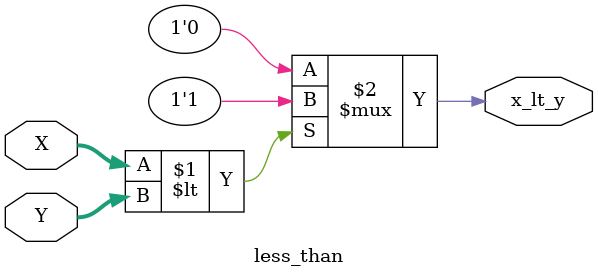
<source format=v>
`timescale 1ns / 1ps
module less_than(X, Y, x_lt_y);

input [7:0] X;
input [7:0] Y;

output x_lt_y;

assign x_lt_y = (X < Y) ? 1'b1:1'b0;

endmodule

</source>
